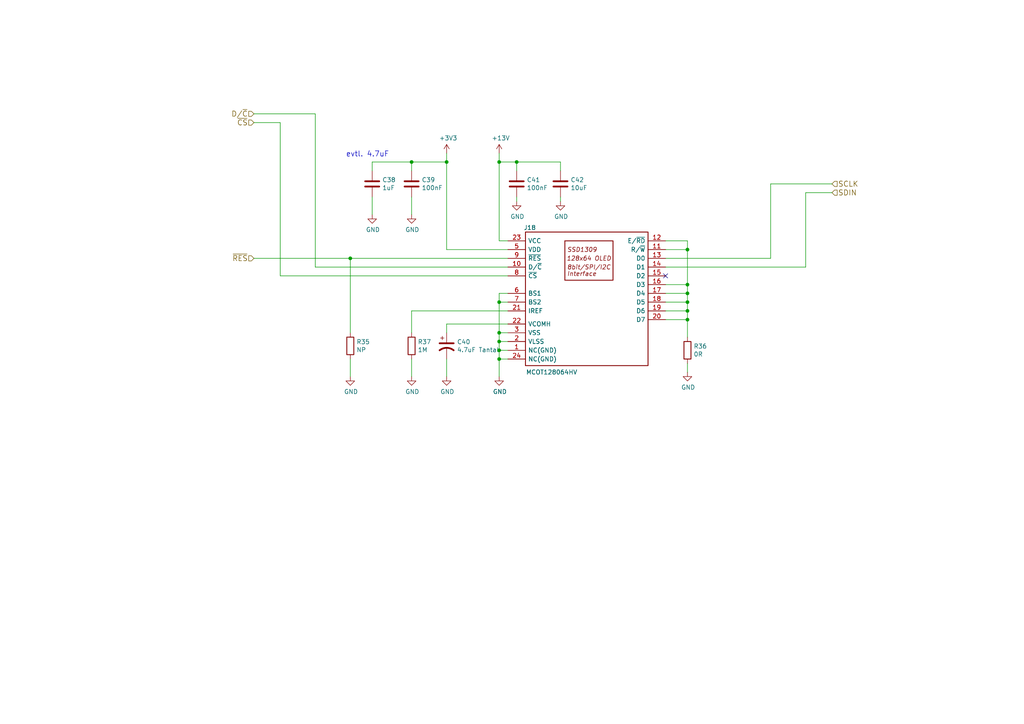
<source format=kicad_sch>
(kicad_sch (version 20211123) (generator eeschema)
  (paper "A4")
  (title_block (title "MIDAS MCOT 128064HV Display") (date "2016-04-10"))
  (lib_symbols
    (symbol "Device:C" (pin_numbers hide) (pin_names (offset 0.254))
      (property "Reference" "C" (at 0.635 2.54 0))
      (property "Value" "C" (at 0.635 -2.54 0))
      (symbol "C_0_1"
        (polyline (pts (xy -2.032 -0.762) (xy 2.032 -0.762)) (stroke (width 0.508)))
        (polyline (pts (xy -2.032 0.762) (xy 2.032 0.762)) (stroke (width 0.508)))
      )
      (symbol "C_1_1"
        (pin passive line (at 0 3.81 270) (length 2.794) (name "~") (number "1"))
        (pin passive line (at 0 -3.81 90) (length 2.794) (name "~") (number "2"))
      )
    )
    (symbol "Device:R" (pin_numbers hide) (pin_names (offset 0))
      (property "Reference" "R" (at 2.032 0 90))
      (property "Value" "R" (at 0 0 90))
      (symbol "R_0_1"
        (rectangle (start -1.016 -2.54) (end 1.016 2.54) (stroke (width 0.254)))
      )
      (symbol "R_1_1"
        (pin passive line (at 0 3.81 270) (length 1.27) (name "~") (number "1"))
        (pin passive line (at 0 -3.81 90) (length 1.27) (name "~") (number "2"))
      )
    )
    (symbol "Mainboard-rescue:+3V3-power" (power) (pin_names (offset 0))
      (property "Value" "+3V3-power" (at 0 3.556 0))
      (symbol "+3V3-power_0_1"
        (polyline (pts (xy -0.762 1.27) (xy 0 2.54)))
        (polyline (pts (xy 0 0) (xy 0 2.54)))
        (polyline (pts (xy 0 2.54) (xy 0.762 1.27)))
      )
      (symbol "+3V3-power_1_1"
        (pin power_in line (at 0 0 90) (length 0) hide (name "+3V3") (number "1"))
      )
    )
    (symbol "Mainboard-rescue:CP1-Device" (pin_numbers hide) (pin_names (offset 0.254) hide)
      (property "Reference" "C" (at 0.635 2.54 0))
      (property "Value" "CP1-Device" (at 0.635 -2.54 0))
      (symbol "CP1-Device_0_1"
        (polyline (pts (xy -2.032 0.762) (xy 2.032 0.762)) (stroke (width 0.508)))
        (polyline (pts (xy -1.778 2.286) (xy -0.762 2.286)))
        (polyline (pts (xy -1.27 1.778) (xy -1.27 2.794)))
        (arc (start 2.032 -1.27) (mid 0 -0.5572) (end -2.032 -1.27) (stroke (width 0.508)))
      )
      (symbol "CP1-Device_1_1"
        (pin passive line (at 0 3.81 270) (length 2.794) (name "~") (number "1"))
        (pin passive line (at 0 -3.81 90) (length 3.302) (name "~") (number "2"))
      )
    )
    (symbol "Mainboard-rescue:GND-power" (power) (pin_names (offset 0))
      (property "Value" "GND-power" (at 0 -3.81 0))
      (symbol "GND-power_0_1"
        (polyline (pts (xy 0 0) (xy 0 -1.27) (xy 1.27 -1.27) (xy 0 -2.54) (xy -1.27 -1.27) (xy 0 -1.27)))
      )
      (symbol "GND-power_1_1"
        (pin power_in line (at 0 0 270) (length 0) hide (name "GND") (number "1"))
      )
    )
    (symbol "Mainboard:+13V" (power) (pin_names (offset 0))
      (property "Value" "+13V" (at 0 3.556 0))
      (symbol "+13V_0_1"
        (polyline (pts (xy -0.762 1.27) (xy 0 2.54)))
        (polyline (pts (xy 0 0) (xy 0 2.54)))
        (polyline (pts (xy 0 2.54) (xy 0.762 1.27)))
      )
      (symbol "+13V_1_1"
        (pin power_in line (at 0 0 90) (length 0) hide (name "+13V") (number "1"))
      )
    )
    (symbol "Mainboard:MCOT128064HV" (pin_names (offset 0.762))
      (property "Reference" "U" (at 5.08 3.81 0))
      (property "Value" "MCOT128064HV" (at 5.08 -37.465 0))
      (symbol "MCOT128064HV_0_0"
        (text "128x64 OLED" (at 23.495 -5.08 0) (effects (font (size 1.27 1.27) italic)))
        (text "8bit/SPI/I2C" (at 17.145 -7.62 0) (effects (font (size 1.27 1.27) italic) (justify left)))
        (text "Interface" (at 17.145 -9.525 0) (effects (font (size 1.27 1.27) italic) (justify left)))
        (text "SSD1309" (at 17.145 -2.54 0) (effects (font (size 1.27 1.27) italic) (justify left)))
      )
      (symbol "MCOT128064HV_0_1"
        (rectangle (start 5.08 2.54) (end 40.64 -36.195) (stroke (width 0.254)))
        (rectangle (start 16.51 0) (end 30.48 -11.43) (stroke (width 0.254)))
      )
      (symbol "MCOT128064HV_1_1"
        (pin power_in line (at 0 -31.75 0) (length 5.08) (name "NC(GND)") (number "1"))
        (pin input line (at 0 -7.62 0) (length 5.08) (name "D/~{C}") (number "10"))
        (pin input line (at 45.72 -2.54 180) (length 5.08) (name "R/~{W}") (number "11"))
        (pin input line (at 45.72 0 180) (length 5.08) (name "E/~{RD}") (number "12"))
        (pin bidirectional line (at 45.72 -5.08 180) (length 5.08) (name "D0") (number "13"))
        (pin bidirectional line (at 45.72 -7.62 180) (length 5.08) (name "D1") (number "14"))
        (pin bidirectional line (at 45.72 -10.16 180) (length 5.08) (name "D2") (number "15"))
        (pin bidirectional line (at 45.72 -12.7 180) (length 5.08) (name "D3") (number "16"))
        (pin bidirectional line (at 45.72 -15.24 180) (length 5.08) (name "D4") (number "17"))
        (pin bidirectional line (at 45.72 -17.78 180) (length 5.08) (name "D5") (number "18"))
        (pin bidirectional line (at 45.72 -20.32 180) (length 5.08) (name "D6") (number "19"))
        (pin power_in line (at 0 -29.21 0) (length 5.08) (name "VLSS") (number "2"))
        (pin bidirectional line (at 45.72 -22.86 180) (length 5.08) (name "D7") (number "20"))
        (pin input line (at 0 -20.32 0) (length 5.08) (name "IREF") (number "21"))
        (pin output line (at 0 -24.13 0) (length 5.08) (name "VCOMH") (number "22"))
        (pin power_in line (at 0 0 0) (length 5.08) (name "VCC") (number "23"))
        (pin power_in line (at 0 -34.29 0) (length 5.08) (name "NC(GND)") (number "24"))
        (pin power_in line (at 0 -26.67 0) (length 5.08) (name "VSS") (number "3"))
        (pin no_connect line (at 45.72 -34.29 180) (length 5.08) hide (name "N.C.") (number "4"))
        (pin power_in line (at 0 -2.54 0) (length 5.08) (name "VDD") (number "5"))
        (pin input line (at 0 -15.24 0) (length 5.08) (name "BS1") (number "6"))
        (pin input line (at 0 -17.78 0) (length 5.08) (name "BS2") (number "7"))
        (pin input line (at 0 -10.16 0) (length 5.08) (name "~{CS}") (number "8"))
        (pin input line (at 0 -5.08 0) (length 5.08) (name "~{RES}") (number "9"))
      )
    )
  )
  (junction (at 129.54 46.99))
  (junction (at 119.38 46.99))
  (junction (at 144.78 46.99))
  (junction (at 199.39 72.39))
  (junction (at 144.78 104.14))
  (junction (at 199.39 90.17))
  (junction (at 199.39 85.09))
  (junction (at 144.78 101.6))
  (junction (at 199.39 92.71))
  (junction (at 149.86 46.99))
  (junction (at 199.39 82.55))
  (junction (at 101.6 74.93))
  (junction (at 144.78 96.52))
  (junction (at 199.39 87.63))
  (junction (at 144.78 99.06))
  (junction (at 144.78 87.63))
  (no_connect (at 193.04 80.01))
  (wire (pts (xy 233.68 55.88) (xy 241.3 55.88)))
  (wire (pts (xy 129.54 93.98) (xy 147.32 93.98)))
  (wire (pts (xy 193.04 85.09) (xy 199.39 85.09)))
  (wire (pts (xy 101.6 104.14) (xy 101.6 109.22)))
  (wire (pts (xy 144.78 101.6) (xy 147.32 101.6)))
  (wire (pts (xy 144.78 69.85) (xy 147.32 69.85)))
  (wire (pts (xy 107.95 57.15) (xy 107.95 62.23)))
  (wire (pts (xy 162.56 46.99) (xy 162.56 49.53)))
  (wire (pts (xy 193.04 87.63) (xy 199.39 87.63)))
  (wire (pts (xy 149.86 46.99) (xy 149.86 49.53)))
  (wire (pts (xy 199.39 92.71) (xy 199.39 97.79)))
  (wire (pts (xy 119.38 90.17) (xy 119.38 96.52)))
  (wire (pts (xy 199.39 105.41) (xy 199.39 107.95)))
  (wire (pts (xy 91.44 77.47) (xy 147.32 77.47)))
  (wire (pts (xy 119.38 57.15) (xy 119.38 62.23)))
  (wire (pts (xy 144.78 104.14) (xy 147.32 104.14)))
  (wire (pts (xy 193.04 72.39) (xy 199.39 72.39)))
  (wire (pts (xy 144.78 96.52) (xy 147.32 96.52)))
  (wire (pts (xy 223.52 53.34) (xy 223.52 74.93)))
  (wire (pts (xy 199.39 90.17) (xy 199.39 92.71)))
  (wire (pts (xy 144.78 85.09) (xy 144.78 87.63)))
  (wire (pts (xy 91.44 33.02) (xy 91.44 77.47)))
  (wire (pts (xy 193.04 69.85) (xy 199.39 69.85)))
  (wire (pts (xy 199.39 82.55) (xy 193.04 82.55)))
  (wire (pts (xy 144.78 99.06) (xy 147.32 99.06)))
  (wire (pts (xy 147.32 87.63) (xy 144.78 87.63)))
  (wire (pts (xy 233.68 77.47) (xy 233.68 55.88)))
  (wire (pts (xy 73.66 35.56) (xy 81.28 35.56)))
  (wire (pts (xy 129.54 72.39) (xy 147.32 72.39)))
  (wire (pts (xy 129.54 44.45) (xy 129.54 46.99)))
  (wire (pts (xy 223.52 74.93) (xy 193.04 74.93)))
  (wire (pts (xy 119.38 90.17) (xy 147.32 90.17)))
  (wire (pts (xy 73.66 33.02) (xy 91.44 33.02)))
  (wire (pts (xy 149.86 57.15) (xy 149.86 58.42)))
  (wire (pts (xy 147.32 85.09) (xy 144.78 85.09)))
  (wire (pts (xy 199.39 69.85) (xy 199.39 72.39)))
  (wire (pts (xy 129.54 104.14) (xy 129.54 109.22)))
  (wire (pts (xy 199.39 85.09) (xy 199.39 87.63)))
  (wire (pts (xy 144.78 99.06) (xy 144.78 101.6)))
  (wire (pts (xy 144.78 44.45) (xy 144.78 46.99)))
  (wire (pts (xy 199.39 82.55) (xy 199.39 85.09)))
  (wire (pts (xy 193.04 92.71) (xy 199.39 92.71)))
  (wire (pts (xy 144.78 104.14) (xy 144.78 109.22)))
  (wire (pts (xy 199.39 87.63) (xy 199.39 90.17)))
  (wire (pts (xy 129.54 96.52) (xy 129.54 93.98)))
  (wire (pts (xy 193.04 90.17) (xy 199.39 90.17)))
  (wire (pts (xy 119.38 104.14) (xy 119.38 109.22)))
  (wire (pts (xy 81.28 35.56) (xy 81.28 80.01)))
  (wire (pts (xy 107.95 46.99) (xy 119.38 46.99)))
  (wire (pts (xy 149.86 46.99) (xy 162.56 46.99)))
  (wire (pts (xy 199.39 72.39) (xy 199.39 82.55)))
  (wire (pts (xy 233.68 77.47) (xy 193.04 77.47)))
  (wire (pts (xy 101.6 74.93) (xy 101.6 96.52)))
  (wire (pts (xy 144.78 96.52) (xy 144.78 99.06)))
  (wire (pts (xy 129.54 46.99) (xy 129.54 72.39)))
  (wire (pts (xy 144.78 87.63) (xy 144.78 96.52)))
  (wire (pts (xy 101.6 74.93) (xy 147.32 74.93)))
  (wire (pts (xy 241.3 53.34) (xy 223.52 53.34)))
  (wire (pts (xy 81.28 80.01) (xy 147.32 80.01)))
  (wire (pts (xy 162.56 57.15) (xy 162.56 58.42)))
  (wire (pts (xy 144.78 101.6) (xy 144.78 104.14)))
  (wire (pts (xy 107.95 49.53) (xy 107.95 46.99)))
  (wire (pts (xy 73.66 74.93) (xy 101.6 74.93)))
  (wire (pts (xy 144.78 46.99) (xy 144.78 69.85)))
  (wire (pts (xy 119.38 46.99) (xy 129.54 46.99)))
  (wire (pts (xy 119.38 46.99) (xy 119.38 49.53)))
  (wire (pts (xy 144.78 46.99) (xy 149.86 46.99)))
  (text "evtl. 4.7uF" (at 100.33 45.72 0) (effects (font (size 1.524 1.524)) (justify left bottom)))
  (hierarchical_label "SDIN" (shape input) (at 241.3 55.88 0) (effects (font (size 1.524 1.524))))
  (hierarchical_label "~{RES}" (shape input) (at 73.66 74.93 180) (effects (font (size 1.524 1.524))))
  (hierarchical_label "D/~{C}" (shape input) (at 73.66 33.02 180) (effects (font (size 1.524 1.524))))
  (hierarchical_label "~{CS}" (shape input) (at 73.66 35.56 180) (effects (font (size 1.524 1.524))))
  (hierarchical_label "SCLK" (shape input) (at 241.3 53.34 0) (effects (font (size 1.524 1.524))))
  (symbol (lib_id "Device:C") (at 119.38 53.34 0) (unit 1)
    (property "Reference" "C39" (at 122.301 52.1716 0) (effects (justify left)))
    (property "Value" "100nF" (at 122.301 54.483 0) (effects (justify left)))
    (property "Footprint" "Capacitors_SMD:C_0603_HandSoldering" (effects hide))
  )
  (symbol (lib_id "Device:C") (at 107.95 53.34 0) (unit 1)
    (property "Reference" "C38" (at 110.871 52.1716 0) (effects (justify left)))
    (property "Value" "1uF" (at 110.871 54.483 0) (effects (justify left)))
    (property "Footprint" "Capacitors_SMD:C_0603_HandSoldering" (effects hide))
  )
  (symbol (lib_id "Device:C") (at 149.86 53.34 0) (unit 1)
    (property "Reference" "C41" (at 152.781 52.1716 0) (effects (justify left)))
    (property "Value" "100nF" (at 152.781 54.483 0) (effects (justify left)))
    (property "Footprint" "Capacitors_SMD:C_0603_HandSoldering" (effects hide))
  )
  (symbol (lib_id "Device:C") (at 162.56 53.34 0) (unit 1)
    (property "Reference" "C42" (at 165.481 52.1716 0) (effects (justify left)))
    (property "Value" "10uF" (at 165.481 54.483 0) (effects (justify left)))
    (property "Footprint" "Capacitors_SMD:C_1206_HandSoldering" (effects hide))
    (property "Manufacturer" "Value" (effects hide))
    (property "Type" "Value" (effects hide))
    (property "Source" "Farnell" (effects hide))
    (property "Order Number" "Value" (effects hide))
  )
  (symbol (lib_id "Mainboard-rescue:CP1-Device") (at 129.54 100.33 0) (unit 1)
    (property "Reference" "C40" (at 132.5372 99.1616 0) (effects (justify left)))
    (property "Value" "4.7uF Tantal" (at 132.5372 101.473 0) (effects (justify left)))
    (property "Footprint" "Capacitors_SMD:C_1206" (effects hide))
    (property "Manufacturer" "AVX" (effects hide))
    (property "Type" "TAJA475K025RNJ" (effects hide))
    (property "Source" "Mouser" (effects hide))
    (property "Order Number" "581-TAJA475K025RNJ" (effects hide))
  )
  (symbol (lib_id "Device:R") (at 119.38 100.33 0) (unit 1)
    (property "Reference" "R37" (at 121.158 99.1616 0) (effects (justify left)))
    (property "Value" "1M" (at 121.158 101.473 0) (effects (justify left)))
    (property "Footprint" "Resistors_SMD:R_0603_HandSoldering" (effects hide))
  )
  (symbol (lib_id "Mainboard:MCOT128064HV") (at 147.32 69.85 0) (unit 1)
    (property "Reference" "J18" (at 153.67 66.04 0))
    (property "Value" "MCOT128064HV" (at 160.02 107.95 0))
    (property "Footprint" "Various:FPC_24" (effects hide))
    (property "Manufacturer" "Value" (effects hide))
    (property "Type" "Value" (effects hide))
    (property "Source" "Farnell" (effects hide))
    (property "Order Number" "Value" (effects hide))
  )
  (symbol (lib_id "Mainboard-rescue:GND-power") (at 144.78 109.22 0) (unit 1)
    (property "Reference" "#PWR0240" (effects hide))
    (property "Value" "GND" (at 144.9832 113.6142 0))
  )
  (symbol (lib_id "Mainboard-rescue:GND-power") (at 129.54 109.22 0) (unit 1)
    (property "Reference" "#PWR0241" (effects hide))
    (property "Value" "GND" (at 129.7432 113.6142 0))
  )
  (symbol (lib_id "Mainboard:+13V") (at 144.78 44.45 0) (unit 1)
    (property "Reference" "#PWR0242" (effects hide))
    (property "Value" "+13V" (at 145.2372 40.0558 0))
  )
  (symbol (lib_id "Mainboard-rescue:+3V3-power") (at 129.54 44.45 0) (unit 1)
    (property "Reference" "#PWR0243" (effects hide))
    (property "Value" "+3V3" (at 129.9972 40.0558 0))
    (property "Manufacturer" "Value" (effects hide))
    (property "Type" "Value" (effects hide))
    (property "Source" "Farnell" (effects hide))
    (property "Order Number" "Value" (effects hide))
  )
  (symbol (lib_id "Mainboard-rescue:GND-power") (at 119.38 62.23 0) (unit 1)
    (property "Reference" "#PWR0244" (effects hide))
    (property "Value" "GND" (at 119.5832 66.6242 0))
  )
  (symbol (lib_id "Mainboard-rescue:GND-power") (at 107.95 62.23 0) (unit 1)
    (property "Reference" "#PWR0245" (effects hide))
    (property "Value" "GND" (at 108.1532 66.6242 0))
  )
  (symbol (lib_id "Mainboard-rescue:GND-power") (at 149.86 58.42 0) (unit 1)
    (property "Reference" "#PWR0246" (effects hide))
    (property "Value" "GND" (at 150.0632 62.8142 0))
  )
  (symbol (lib_id "Mainboard-rescue:GND-power") (at 162.56 58.42 0) (unit 1)
    (property "Reference" "#PWR0247" (effects hide))
    (property "Value" "GND" (at 162.7632 62.8142 0))
  )
  (symbol (lib_id "Mainboard-rescue:GND-power") (at 119.38 109.22 0) (unit 1)
    (property "Reference" "#PWR0248" (effects hide))
    (property "Value" "GND" (at 119.5832 113.6142 0))
  )
  (symbol (lib_id "Device:R") (at 101.6 100.33 0) (unit 1)
    (property "Reference" "R35" (at 103.378 99.1616 0) (effects (justify left)))
    (property "Value" "NP" (at 103.378 101.473 0) (effects (justify left)))
    (property "Footprint" "Resistors_SMD:R_0603_HandSoldering" (effects hide))
  )
  (symbol (lib_id "Mainboard-rescue:GND-power") (at 101.6 109.22 0) (unit 1)
    (property "Reference" "#PWR0249" (effects hide))
    (property "Value" "GND" (at 101.8032 113.6142 0))
  )
  (symbol (lib_id "Mainboard-rescue:GND-power") (at 199.39 107.95 0) (unit 1)
    (property "Reference" "#PWR0250" (effects hide))
    (property "Value" "GND" (at 199.5932 112.3442 0))
  )
  (symbol (lib_id "Device:R") (at 199.39 101.6 0) (unit 1)
    (property "Reference" "R36" (at 201.168 100.4316 0) (effects (justify left)))
    (property "Value" "0R" (at 201.168 102.743 0) (effects (justify left)))
    (property "Footprint" "Resistors_SMD:R_0603_HandSoldering" (effects hide))
  )
)
</source>
